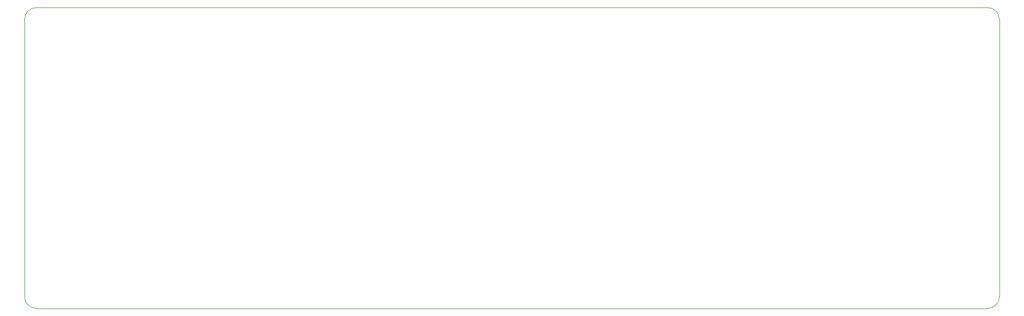
<source format=gbr>
%TF.GenerationSoftware,KiCad,Pcbnew,9.0.0*%
%TF.CreationDate,2025-03-11T11:24:18+01:00*%
%TF.ProjectId,CNIX V2 Control Board,434e4958-2056-4322-9043-6f6e74726f6c,rev?*%
%TF.SameCoordinates,Original*%
%TF.FileFunction,Profile,NP*%
%FSLAX46Y46*%
G04 Gerber Fmt 4.6, Leading zero omitted, Abs format (unit mm)*
G04 Created by KiCad (PCBNEW 9.0.0) date 2025-03-11 11:24:18*
%MOMM*%
%LPD*%
G01*
G04 APERTURE LIST*
%TA.AperFunction,Profile*%
%ADD10C,0.050000*%
%TD*%
G04 APERTURE END LIST*
D10*
X67000000Y-131000000D02*
G75*
G02*
X65000000Y-129000000I0J2000000D01*
G01*
X228000000Y-80000000D02*
G75*
G02*
X230000000Y-82000000I0J-2000000D01*
G01*
X65000000Y-129000000D02*
X65000000Y-82000000D01*
X230000000Y-82000000D02*
X230000000Y-129000000D01*
X230000000Y-129000000D02*
G75*
G02*
X228000000Y-131000000I-2000000J0D01*
G01*
X67000000Y-80000000D02*
X228000000Y-80000000D01*
X228000000Y-131000000D02*
X67000000Y-131000000D01*
X65000000Y-82000000D02*
G75*
G02*
X67000000Y-80000000I2000000J0D01*
G01*
M02*

</source>
